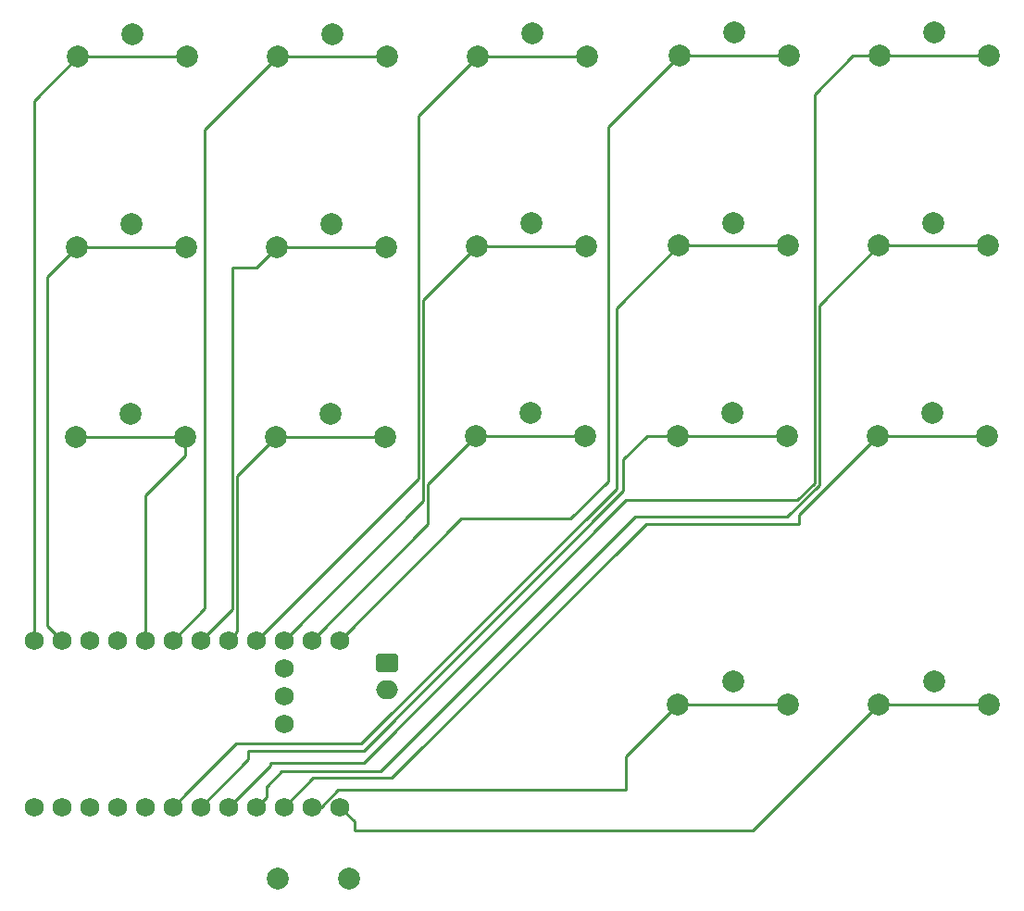
<source format=gbr>
%TF.GenerationSoftware,KiCad,Pcbnew,7.0.6-0*%
%TF.CreationDate,2024-10-24T11:02:24+08:00*%
%TF.ProjectId,kweba,6b776562-612e-46b6-9963-61645f706362,rev?*%
%TF.SameCoordinates,Original*%
%TF.FileFunction,Copper,L2,Bot*%
%TF.FilePolarity,Positive*%
%FSLAX46Y46*%
G04 Gerber Fmt 4.6, Leading zero omitted, Abs format (unit mm)*
G04 Created by KiCad (PCBNEW 7.0.6-0) date 2024-10-24 11:02:24*
%MOMM*%
%LPD*%
G01*
G04 APERTURE LIST*
G04 Aperture macros list*
%AMRoundRect*
0 Rectangle with rounded corners*
0 $1 Rounding radius*
0 $2 $3 $4 $5 $6 $7 $8 $9 X,Y pos of 4 corners*
0 Add a 4 corners polygon primitive as box body*
4,1,4,$2,$3,$4,$5,$6,$7,$8,$9,$2,$3,0*
0 Add four circle primitives for the rounded corners*
1,1,$1+$1,$2,$3*
1,1,$1+$1,$4,$5*
1,1,$1+$1,$6,$7*
1,1,$1+$1,$8,$9*
0 Add four rect primitives between the rounded corners*
20,1,$1+$1,$2,$3,$4,$5,0*
20,1,$1+$1,$4,$5,$6,$7,0*
20,1,$1+$1,$6,$7,$8,$9,0*
20,1,$1+$1,$8,$9,$2,$3,0*%
G04 Aperture macros list end*
%TA.AperFunction,ComponentPad*%
%ADD10C,1.752600*%
%TD*%
%TA.AperFunction,ComponentPad*%
%ADD11C,2.000000*%
%TD*%
%TA.AperFunction,ComponentPad*%
%ADD12RoundRect,0.250000X-0.750000X0.600000X-0.750000X-0.600000X0.750000X-0.600000X0.750000X0.600000X0*%
%TD*%
%TA.AperFunction,ComponentPad*%
%ADD13O,2.000000X1.700000*%
%TD*%
%TA.AperFunction,Conductor*%
%ADD14C,0.250000*%
%TD*%
G04 APERTURE END LIST*
D10*
%TO.P,U1,1,TX0/P0.06*%
%TO.N,R1*%
X-247133250Y-183830000D03*
%TO.P,U1,2,RX1/P0.08*%
%TO.N,R2*%
X-244593250Y-183830000D03*
%TO.P,U1,3,GND*%
%TO.N,GND1*%
X-242053250Y-183830000D03*
%TO.P,U1,4,GND*%
%TO.N,unconnected-(U1-GND-Pad4)*%
X-239513250Y-183830000D03*
%TO.P,U1,5,P0.17*%
%TO.N,R3*%
X-236973250Y-183830000D03*
%TO.P,U1,6,P0.20*%
%TO.N,R7*%
X-234433250Y-183830000D03*
%TO.P,U1,7,P0.22*%
%TO.N,R8*%
X-231893250Y-183830000D03*
%TO.P,U1,8,P0.24*%
%TO.N,R9*%
X-229353250Y-183830000D03*
%TO.P,U1,9,P1.00*%
%TO.N,R15*%
X-226813250Y-183830000D03*
%TO.P,U1,10,P0.11*%
%TO.N,R13*%
X-224273250Y-183830000D03*
%TO.P,U1,11,P1.04*%
%TO.N,R14*%
X-221733250Y-183830000D03*
%TO.P,U1,12,P1.06*%
%TO.N,R4*%
X-219193250Y-183830000D03*
%TO.P,U1,13,NFC1/P0.09*%
%TO.N,R17*%
X-219193250Y-199070000D03*
%TO.P,U1,14,NFC2/P0.10*%
%TO.N,R16*%
X-221733250Y-199070000D03*
%TO.P,U1,15,P1.11*%
%TO.N,R12*%
X-224273250Y-199070000D03*
%TO.P,U1,16,P1.13*%
%TO.N,R11*%
X-226813250Y-199070000D03*
%TO.P,U1,17,P1.15*%
%TO.N,R10*%
X-229353250Y-199070000D03*
%TO.P,U1,18,AIN0/P0.02*%
%TO.N,R6*%
X-231893250Y-199070000D03*
%TO.P,U1,19,AIN5/P0.29*%
%TO.N,R5*%
X-234433250Y-199070000D03*
%TO.P,U1,20,AIN7/P0.31*%
%TO.N,unconnected-(U1-AIN7{slash}P0.31-Pad20)*%
X-236973250Y-199070000D03*
%TO.P,U1,21,VCC*%
%TO.N,unconnected-(U1-VCC-Pad21)*%
X-239513250Y-199070000D03*
%TO.P,U1,22,RST*%
%TO.N,RST*%
X-242053250Y-199070000D03*
%TO.P,U1,23,GND*%
%TO.N,GND*%
X-244593250Y-199070000D03*
%TO.P,U1,24,BATIN/P0.04*%
%TO.N,BAT*%
X-247133250Y-199070000D03*
%TO.P,U1,31,P1.01*%
%TO.N,unconnected-(U1-P1.01-Pad31)*%
X-224273250Y-186370000D03*
%TO.P,U1,32,P1.02*%
%TO.N,unconnected-(U1-P1.02-Pad32)*%
X-224273250Y-188910000D03*
%TO.P,U1,33,P1.07*%
%TO.N,unconnected-(U1-P1.07-Pad33)*%
X-224273250Y-191450000D03*
%TD*%
D11*
%TO.P,SW15,1,1*%
%TO.N,GND1*%
X-201725000Y-163075000D03*
%TO.P,SW15,2,2*%
%TO.N,R14*%
X-206725000Y-165175000D03*
X-196725000Y-165175000D03*
%TD*%
%TO.P,SW2,1,1*%
%TO.N,GND1*%
X-238225000Y-145750000D03*
%TO.P,SW2,2,2*%
%TO.N,R2*%
X-243225000Y-147850000D03*
X-233225000Y-147850000D03*
%TD*%
%TO.P,SW6,1,1*%
%TO.N,GND1*%
X-183300000Y-163025000D03*
%TO.P,SW6,2,2*%
%TO.N,R6*%
X-188300000Y-165125000D03*
X-178300000Y-165125000D03*
%TD*%
%TO.P,SW5,1,1*%
%TO.N,GND1*%
X-183200000Y-145650000D03*
%TO.P,SW5,2,2*%
%TO.N,R5*%
X-188200000Y-147750000D03*
X-178200000Y-147750000D03*
%TD*%
%TO.P,SW11,1,1*%
%TO.N,GND1*%
X-164875000Y-145650000D03*
%TO.P,SW11,2,2*%
%TO.N,R11*%
X-169875000Y-147750000D03*
X-159875000Y-147750000D03*
%TD*%
%TO.P,SW14,1,1*%
%TO.N,GND1*%
X-201625000Y-145700000D03*
%TO.P,SW14,2,2*%
%TO.N,R13*%
X-206625000Y-147800000D03*
X-196625000Y-147800000D03*
%TD*%
%TO.P,SW7,1,1*%
%TO.N,GND1*%
X-219825000Y-128375000D03*
%TO.P,SW7,2,2*%
%TO.N,R7*%
X-224825000Y-130475000D03*
X-214825000Y-130475000D03*
%TD*%
%TO.P,SW4,1,1*%
%TO.N,GND1*%
X-183125000Y-128275000D03*
%TO.P,SW4,2,2*%
%TO.N,R4*%
X-188125000Y-130375000D03*
X-178125000Y-130375000D03*
%TD*%
%TO.P,SW12,1,1*%
%TO.N,GND1*%
X-164975000Y-163025000D03*
%TO.P,SW12,2,2*%
%TO.N,R12*%
X-169975000Y-165125000D03*
X-159975000Y-165125000D03*
%TD*%
%TO.P,SW16,1,1*%
%TO.N,GND1*%
X-183225000Y-187575000D03*
%TO.P,SW16,2,2*%
%TO.N,R16*%
X-188225000Y-189675000D03*
X-178225000Y-189675000D03*
%TD*%
%TO.P,SW3,1,1*%
%TO.N,GND1*%
X-238325000Y-163125000D03*
%TO.P,SW3,2,2*%
%TO.N,R3*%
X-243325000Y-165225000D03*
X-233325000Y-165225000D03*
%TD*%
%TO.P,SW13,1,1*%
%TO.N,GND1*%
X-201550000Y-128325000D03*
%TO.P,SW13,2,2*%
%TO.N,R15*%
X-206550000Y-130425000D03*
X-196550000Y-130425000D03*
%TD*%
%TO.P,SW19,1,1*%
%TO.N,GND*%
X-224800000Y-205600000D03*
%TO.P,SW19,2,2*%
%TO.N,RST*%
X-218300000Y-205600000D03*
%TD*%
%TO.P,SW17,1,1*%
%TO.N,GND1*%
X-164850000Y-187575000D03*
%TO.P,SW17,2,2*%
%TO.N,R17*%
X-169850000Y-189675000D03*
X-159850000Y-189675000D03*
%TD*%
%TO.P,SW8,1,1*%
%TO.N,GND1*%
X-219900000Y-145750000D03*
%TO.P,SW8,2,2*%
%TO.N,R8*%
X-224900000Y-147850000D03*
X-214900000Y-147850000D03*
%TD*%
%TO.P,SW10,1,1*%
%TO.N,GND1*%
X-164800000Y-128275000D03*
%TO.P,SW10,2,2*%
%TO.N,R10*%
X-169800000Y-130375000D03*
X-159800000Y-130375000D03*
%TD*%
%TO.P,SW1,1,1*%
%TO.N,GND1*%
X-238150000Y-128375000D03*
%TO.P,SW1,2,2*%
%TO.N,R1*%
X-243150000Y-130475000D03*
X-233150000Y-130475000D03*
%TD*%
%TO.P,SW9,1,1*%
%TO.N,GND1*%
X-220000000Y-163125000D03*
%TO.P,SW9,2,2*%
%TO.N,R9*%
X-225000000Y-165225000D03*
X-215000000Y-165225000D03*
%TD*%
D12*
%TO.P,J1,1,Pin_1*%
%TO.N,SWB*%
X-214850000Y-185875000D03*
D13*
%TO.P,J1,2,Pin_2*%
%TO.N,BAT*%
X-214850000Y-188375000D03*
%TD*%
D14*
%TO.N,R4*%
X-194625000Y-169300000D02*
X-194625000Y-136875000D01*
X-219193250Y-183830000D02*
X-208088250Y-172725000D01*
X-208088250Y-172725000D02*
X-198075000Y-172725000D01*
X-198075000Y-172725000D02*
X-194650000Y-169300000D01*
X-194650000Y-169300000D02*
X-194625000Y-169300000D01*
%TO.N,R1*%
X-247133250Y-134458250D02*
X-247133250Y-183830000D01*
X-243150000Y-130475000D02*
X-247133250Y-134458250D01*
X-243150000Y-130475000D02*
X-233150000Y-130475000D01*
%TO.N,R2*%
X-243225000Y-147850000D02*
X-245931950Y-150556950D01*
X-243225000Y-147850000D02*
X-233225000Y-147850000D01*
X-245931950Y-182491300D02*
X-244593250Y-183830000D01*
X-245931950Y-150556950D02*
X-245931950Y-182491300D01*
%TO.N,R3*%
X-233325000Y-166959493D02*
X-236973250Y-170607743D01*
X-236973250Y-170607743D02*
X-236973250Y-183830000D01*
X-233325000Y-165225000D02*
X-233325000Y-166959493D01*
X-243325000Y-165225000D02*
X-233325000Y-165225000D01*
%TO.N,R4*%
X-188125000Y-130375000D02*
X-178125000Y-130375000D01*
X-194625000Y-136875000D02*
X-188125000Y-130375000D01*
%TO.N,R5*%
X-234433250Y-199070000D02*
X-233231950Y-197868700D01*
X-193875000Y-169950000D02*
X-193875000Y-153425000D01*
X-233218700Y-197868700D02*
X-228650000Y-193300000D01*
X-188200000Y-147750000D02*
X-178200000Y-147750000D01*
X-193875000Y-153425000D02*
X-188200000Y-147750000D01*
X-217225000Y-193300000D02*
X-193875000Y-169950000D01*
X-228650000Y-193300000D02*
X-217225000Y-193300000D01*
X-233231950Y-197868700D02*
X-233218700Y-197868700D01*
%TO.N,R6*%
X-191075000Y-165125000D02*
X-193225000Y-167275000D01*
X-216975000Y-193925000D02*
X-227525000Y-193925000D01*
X-227525000Y-194701750D02*
X-231893250Y-199070000D01*
X-227525000Y-193925000D02*
X-227525000Y-194701750D01*
X-188300000Y-165125000D02*
X-178300000Y-165125000D01*
X-193225000Y-170175000D02*
X-216975000Y-193925000D01*
X-193225000Y-167275000D02*
X-193225000Y-170175000D01*
X-188300000Y-165125000D02*
X-191075000Y-165125000D01*
%TO.N,R7*%
X-231500000Y-137150000D02*
X-231500000Y-180896750D01*
X-224825000Y-130475000D02*
X-231500000Y-137150000D01*
X-231500000Y-180896750D02*
X-234433250Y-183830000D01*
X-224825000Y-130475000D02*
X-214825000Y-130475000D01*
%TO.N,R8*%
X-226750000Y-149700000D02*
X-224900000Y-147850000D01*
X-229025000Y-149700000D02*
X-226750000Y-149700000D01*
X-231893250Y-183830000D02*
X-229025000Y-180961750D01*
X-229025000Y-180961750D02*
X-229025000Y-149700000D01*
X-224900000Y-147850000D02*
X-214900000Y-147850000D01*
%TO.N,R9*%
X-228575000Y-168800000D02*
X-228575000Y-183051750D01*
X-225000000Y-165225000D02*
X-215000000Y-165225000D01*
X-228575000Y-183051750D02*
X-229353250Y-183830000D01*
X-225000000Y-165225000D02*
X-228575000Y-168800000D01*
%TO.N,R10*%
X-175775000Y-133900000D02*
X-172250000Y-130375000D01*
X-225550000Y-195025000D02*
X-217000000Y-195025000D01*
X-229353250Y-199070000D02*
X-225550000Y-195266750D01*
X-169800000Y-130375000D02*
X-159800000Y-130375000D01*
X-172250000Y-130375000D02*
X-169800000Y-130375000D01*
X-193000000Y-171025000D02*
X-177350000Y-171025000D01*
X-225550000Y-195266750D02*
X-225550000Y-195025000D01*
X-217000000Y-195025000D02*
X-193000000Y-171025000D01*
X-177350000Y-171025000D02*
X-175775000Y-169450000D01*
X-175775000Y-169450000D02*
X-175775000Y-133900000D01*
%TO.N,R11*%
X-225800000Y-197125000D02*
X-225875000Y-197125000D01*
X-225875000Y-197125000D02*
X-225875000Y-198131750D01*
X-192175000Y-172550000D02*
X-215425000Y-195800000D01*
X-178238604Y-172550000D02*
X-192175000Y-172550000D01*
X-215425000Y-195800000D02*
X-224475000Y-195800000D01*
X-224475000Y-195800000D02*
X-225800000Y-197125000D01*
X-169875000Y-147750000D02*
X-159875000Y-147750000D01*
X-175325000Y-169636396D02*
X-178238604Y-172550000D01*
X-169875000Y-147750000D02*
X-175325000Y-153200000D01*
X-175325000Y-153200000D02*
X-175325000Y-169636396D01*
X-225875000Y-198131750D02*
X-226813250Y-199070000D01*
%TO.N,R12*%
X-177200000Y-172350000D02*
X-169975000Y-165125000D01*
X-169975000Y-165125000D02*
X-159975000Y-165125000D01*
X-214400000Y-196400000D02*
X-191175000Y-173175000D01*
X-177200000Y-173175000D02*
X-177200000Y-172350000D01*
X-221603250Y-196400000D02*
X-214400000Y-196400000D01*
X-224273250Y-199070000D02*
X-221603250Y-196400000D01*
X-191175000Y-173175000D02*
X-177200000Y-173175000D01*
%TO.N,R15*%
X-206550000Y-130425000D02*
X-196550000Y-130425000D01*
X-212000000Y-169016750D02*
X-226813250Y-183830000D01*
X-212000000Y-135875000D02*
X-212000000Y-169016750D01*
X-206550000Y-130425000D02*
X-212000000Y-135875000D01*
%TO.N,R13*%
X-224273250Y-183830000D02*
X-211550000Y-171106750D01*
X-211550000Y-152725000D02*
X-206625000Y-147800000D01*
X-206625000Y-147800000D02*
X-196625000Y-147800000D01*
X-211550000Y-171106750D02*
X-211550000Y-152725000D01*
%TO.N,R14*%
X-206725000Y-165175000D02*
X-196725000Y-165175000D01*
X-211100000Y-173196750D02*
X-211100000Y-169550000D01*
X-211100000Y-169550000D02*
X-206725000Y-165175000D01*
X-221733250Y-183830000D02*
X-211100000Y-173196750D01*
%TO.N,R16*%
X-193000000Y-194450000D02*
X-188225000Y-189675000D01*
X-219322145Y-197500000D02*
X-193000000Y-197500000D01*
X-188225000Y-189675000D02*
X-178225000Y-189675000D01*
X-220892145Y-199070000D02*
X-219322145Y-197500000D01*
X-221733250Y-199070000D02*
X-220892145Y-199070000D01*
X-193000000Y-197500000D02*
X-193000000Y-194450000D01*
%TO.N,R17*%
X-217850000Y-201200000D02*
X-217850000Y-200413250D01*
X-169850000Y-189675000D02*
X-181375000Y-201200000D01*
X-181375000Y-201200000D02*
X-217850000Y-201200000D01*
X-169850000Y-189675000D02*
X-159850000Y-189675000D01*
X-217850000Y-200413250D02*
X-219193250Y-199070000D01*
%TD*%
M02*

</source>
